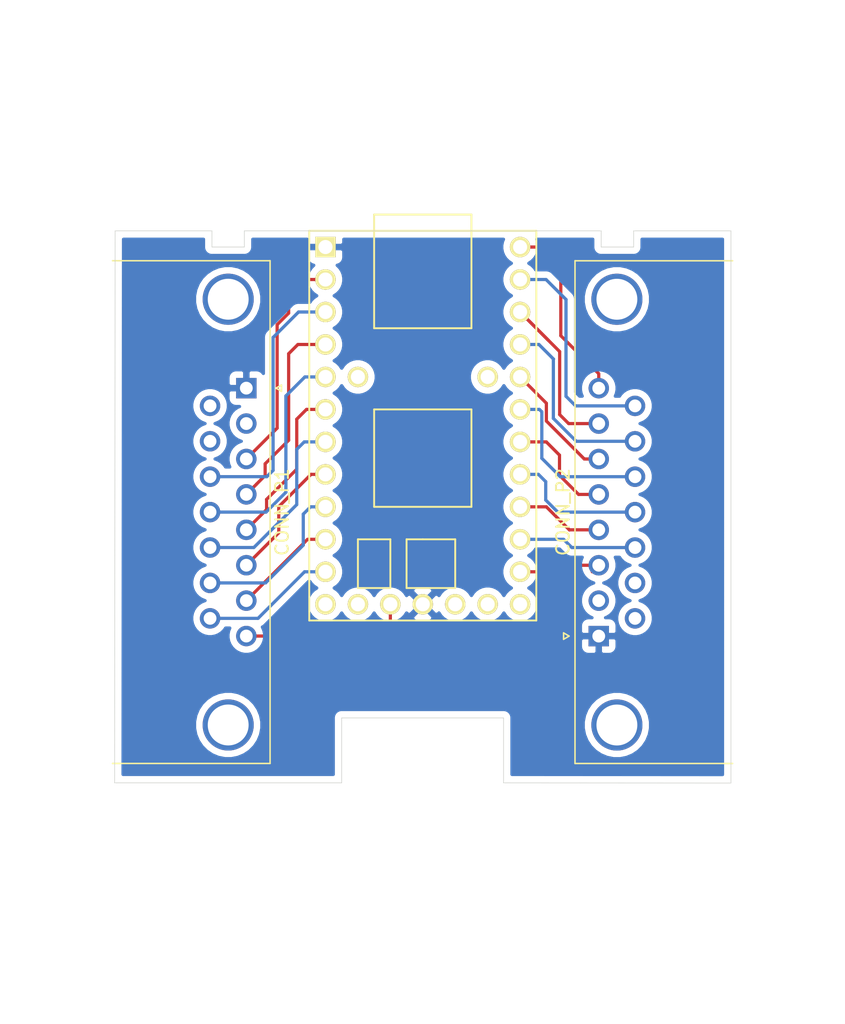
<source format=kicad_pcb>
(kicad_pcb (version 20171130) (host pcbnew "(5.1.0-0)")

  (general
    (thickness 1.6)
    (drawings 17)
    (tracks 106)
    (zones 0)
    (modules 3)
    (nets 2)
  )

  (page A4)
  (layers
    (0 F.Cu signal)
    (31 B.Cu signal)
    (32 B.Adhes user)
    (33 F.Adhes user)
    (34 B.Paste user)
    (35 F.Paste user)
    (36 B.SilkS user)
    (37 F.SilkS user)
    (38 B.Mask user)
    (39 F.Mask user)
    (40 Dwgs.User user)
    (41 Cmts.User user)
    (42 Eco1.User user)
    (43 Eco2.User user)
    (44 Edge.Cuts user)
    (45 Margin user)
    (46 B.CrtYd user)
    (47 F.CrtYd user)
    (48 B.Fab user)
    (49 F.Fab user)
  )

  (setup
    (last_trace_width 0.25)
    (trace_clearance 0.2)
    (zone_clearance 0.508)
    (zone_45_only no)
    (trace_min 0.2)
    (via_size 0.8)
    (via_drill 0.4)
    (via_min_size 0.4)
    (via_min_drill 0.3)
    (uvia_size 0.3)
    (uvia_drill 0.1)
    (uvias_allowed no)
    (uvia_min_size 0.2)
    (uvia_min_drill 0.1)
    (edge_width 0.05)
    (segment_width 0.2)
    (pcb_text_width 0.3)
    (pcb_text_size 1.5 1.5)
    (mod_edge_width 0.12)
    (mod_text_size 1 1)
    (mod_text_width 0.15)
    (pad_size 1.524 1.524)
    (pad_drill 0.762)
    (pad_to_mask_clearance 0.051)
    (solder_mask_min_width 0.25)
    (aux_axis_origin 0 0)
    (visible_elements FFFFFF7F)
    (pcbplotparams
      (layerselection 0x010fc_ffffffff)
      (usegerberextensions false)
      (usegerberattributes false)
      (usegerberadvancedattributes false)
      (creategerberjobfile false)
      (excludeedgelayer true)
      (linewidth 0.100000)
      (plotframeref false)
      (viasonmask false)
      (mode 1)
      (useauxorigin false)
      (hpglpennumber 1)
      (hpglpenspeed 20)
      (hpglpendiameter 15.000000)
      (psnegative false)
      (psa4output false)
      (plotreference true)
      (plotvalue true)
      (plotinvisibletext false)
      (padsonsilk false)
      (subtractmaskfromsilk false)
      (outputformat 1)
      (mirror false)
      (drillshape 0)
      (scaleselection 1)
      (outputdirectory "gerber/"))
  )

  (net 0 "")
  (net 1 GND)

  (net_class Default "This is the default net class."
    (clearance 0.2)
    (trace_width 0.25)
    (via_dia 0.8)
    (via_drill 0.4)
    (uvia_dia 0.3)
    (uvia_drill 0.1)
    (add_net GND)
  )

  (module Connectors_DSUB:DSUB-15_Male_Horizontal_Pitch2.77x2.84mm_EdgePinOffset7.70mm_Housed_MountingHolesOffset9.12mm (layer F.Cu) (tedit 59F2C3AB) (tstamp 5CBF72CE)
    (at 174.4599 91.313 90)
    (descr "15-pin D-Sub connector, horizontal/angled (90 deg), THT-mount, male, pitch 2.77x2.84mm, pin-PCB-offset 7.699999999999999mm, distance of mounting holes 33.3mm, distance of mounting holes to PCB edge 9.12mm, see https://disti-assets.s3.amazonaws.com/tonar/files/datasheets/16730.pdf")
    (tags "15-pin D-Sub connector horizontal angled 90deg THT male pitch 2.77x2.84mm pin-PCB-offset 7.699999999999999mm mounting-holes-distance 33.3mm mounting-hole-offset 33.3mm")
    (fp_text reference CONN_P2 (at 9.695 -2.8 90) (layer F.SilkS)
      (effects (font (size 1 1) (thickness 0.15)))
    )
    (fp_text value DSUB-15_Male_Horizontal_Pitch2.77x2.84mm_EdgePinOffset7.70mm_Housed_MountingHolesOffset9.12mm (at 9.695 18.44 90) (layer F.Fab)
      (effects (font (size 1 1) (thickness 0.15)))
    )
    (fp_text user %R (at 9.695 13.94 90) (layer F.Fab)
      (effects (font (size 1 1) (thickness 0.15)))
    )
    (fp_line (start 29.8 -2.35) (end -10.45 -2.35) (layer F.CrtYd) (width 0.05))
    (fp_line (start 29.8 17.45) (end 29.8 -2.35) (layer F.CrtYd) (width 0.05))
    (fp_line (start -10.45 17.45) (end 29.8 17.45) (layer F.CrtYd) (width 0.05))
    (fp_line (start -10.45 -2.35) (end -10.45 17.45) (layer F.CrtYd) (width 0.05))
    (fp_line (start 0 -2.321325) (end -0.25 -2.754338) (layer F.SilkS) (width 0.12))
    (fp_line (start 0.25 -2.754338) (end 0 -2.321325) (layer F.SilkS) (width 0.12))
    (fp_line (start -0.25 -2.754338) (end 0.25 -2.754338) (layer F.SilkS) (width 0.12))
    (fp_line (start 29.355 -1.86) (end 29.355 10.48) (layer F.SilkS) (width 0.12))
    (fp_line (start -9.965 -1.86) (end 29.355 -1.86) (layer F.SilkS) (width 0.12))
    (fp_line (start -9.965 10.48) (end -9.965 -1.86) (layer F.SilkS) (width 0.12))
    (fp_line (start 27.945 10.54) (end 27.945 1.42) (layer F.Fab) (width 0.1))
    (fp_line (start 24.745 10.54) (end 24.745 1.42) (layer F.Fab) (width 0.1))
    (fp_line (start -5.355 10.54) (end -5.355 1.42) (layer F.Fab) (width 0.1))
    (fp_line (start -8.555 10.54) (end -8.555 1.42) (layer F.Fab) (width 0.1))
    (fp_line (start 28.845 10.94) (end 23.845 10.94) (layer F.Fab) (width 0.1))
    (fp_line (start 28.845 15.94) (end 28.845 10.94) (layer F.Fab) (width 0.1))
    (fp_line (start 23.845 15.94) (end 28.845 15.94) (layer F.Fab) (width 0.1))
    (fp_line (start 23.845 10.94) (end 23.845 15.94) (layer F.Fab) (width 0.1))
    (fp_line (start -4.455 10.94) (end -9.455 10.94) (layer F.Fab) (width 0.1))
    (fp_line (start -4.455 15.94) (end -4.455 10.94) (layer F.Fab) (width 0.1))
    (fp_line (start -9.455 15.94) (end -4.455 15.94) (layer F.Fab) (width 0.1))
    (fp_line (start -9.455 10.94) (end -9.455 15.94) (layer F.Fab) (width 0.1))
    (fp_line (start 21.995 10.94) (end -2.605 10.94) (layer F.Fab) (width 0.1))
    (fp_line (start 21.995 16.94) (end 21.995 10.94) (layer F.Fab) (width 0.1))
    (fp_line (start -2.605 16.94) (end 21.995 16.94) (layer F.Fab) (width 0.1))
    (fp_line (start -2.605 10.94) (end -2.605 16.94) (layer F.Fab) (width 0.1))
    (fp_line (start 29.295 10.54) (end -9.905 10.54) (layer F.Fab) (width 0.1))
    (fp_line (start 29.295 10.94) (end 29.295 10.54) (layer F.Fab) (width 0.1))
    (fp_line (start -9.905 10.94) (end 29.295 10.94) (layer F.Fab) (width 0.1))
    (fp_line (start -9.905 10.54) (end -9.905 10.94) (layer F.Fab) (width 0.1))
    (fp_line (start 29.295 -1.8) (end -9.905 -1.8) (layer F.Fab) (width 0.1))
    (fp_line (start 29.295 10.54) (end 29.295 -1.8) (layer F.Fab) (width 0.1))
    (fp_line (start -9.905 10.54) (end 29.295 10.54) (layer F.Fab) (width 0.1))
    (fp_line (start -9.905 -1.8) (end -9.905 10.54) (layer F.Fab) (width 0.1))
    (fp_arc (start 26.345 1.42) (end 24.745 1.42) (angle 180) (layer F.Fab) (width 0.1))
    (fp_arc (start -6.955 1.42) (end -8.555 1.42) (angle 180) (layer F.Fab) (width 0.1))
    (pad 0 thru_hole circle (at 26.345 1.42 90) (size 4 4) (drill 3.2) (layers *.Cu *.Mask))
    (pad 0 thru_hole circle (at -6.955 1.42 90) (size 4 4) (drill 3.2) (layers *.Cu *.Mask))
    (pad 15 thru_hole circle (at 18.005 2.84 90) (size 1.6 1.6) (drill 1) (layers *.Cu *.Mask))
    (pad 14 thru_hole circle (at 15.235 2.84 90) (size 1.6 1.6) (drill 1) (layers *.Cu *.Mask))
    (pad 13 thru_hole circle (at 12.465 2.84 90) (size 1.6 1.6) (drill 1) (layers *.Cu *.Mask))
    (pad 12 thru_hole circle (at 9.695 2.84 90) (size 1.6 1.6) (drill 1) (layers *.Cu *.Mask))
    (pad 11 thru_hole circle (at 6.925 2.84 90) (size 1.6 1.6) (drill 1) (layers *.Cu *.Mask))
    (pad 10 thru_hole circle (at 4.155 2.84 90) (size 1.6 1.6) (drill 1) (layers *.Cu *.Mask))
    (pad 9 thru_hole circle (at 1.385 2.84 90) (size 1.6 1.6) (drill 1) (layers *.Cu *.Mask))
    (pad 8 thru_hole circle (at 19.39 0 90) (size 1.6 1.6) (drill 1) (layers *.Cu *.Mask))
    (pad 7 thru_hole circle (at 16.62 0 90) (size 1.6 1.6) (drill 1) (layers *.Cu *.Mask))
    (pad 6 thru_hole circle (at 13.85 0 90) (size 1.6 1.6) (drill 1) (layers *.Cu *.Mask))
    (pad 5 thru_hole circle (at 11.08 0 90) (size 1.6 1.6) (drill 1) (layers *.Cu *.Mask))
    (pad 4 thru_hole circle (at 8.31 0 90) (size 1.6 1.6) (drill 1) (layers *.Cu *.Mask))
    (pad 3 thru_hole circle (at 5.54 0 90) (size 1.6 1.6) (drill 1) (layers *.Cu *.Mask))
    (pad 2 thru_hole circle (at 2.77 0 90) (size 1.6 1.6) (drill 1) (layers *.Cu *.Mask))
    (pad 1 thru_hole rect (at 0 0 90) (size 1.6 1.6) (drill 1) (layers *.Cu *.Mask)
      (net 1 GND))
    (model ${KISYS3DMOD}/Connectors_DSub.3dshapes/DSUB-15_Male_Horizontal_Pitch2.77x2.84mm_EdgePinOffset7.70mm_Housed_MountingHolesOffset9.12mm.wrl
      (at (xyz 0 0 0))
      (scale (xyz 1 1 1))
      (rotate (xyz 0 0 0))
    )
  )

  (module Teensy:Teensy2.0 (layer F.Cu) (tedit 581B9E8B) (tstamp 5CBF735F)
    (at 160.6804 74.8538 270)
    (descr 11)
    (fp_text reference "" (at 0 -10.16 270) (layer F.SilkS)
      (effects (font (size 1 1) (thickness 0.15)))
    )
    (fp_text value Teensy2.0 (at 0 10.16 270) (layer F.Fab)
      (effects (font (size 1 1) (thickness 0.15)))
    )
    (fp_line (start 12.7 2.54) (end 8.89 2.54) (layer F.SilkS) (width 0.15))
    (fp_line (start 8.89 2.54) (end 8.89 5.08) (layer F.SilkS) (width 0.15))
    (fp_line (start 8.89 5.08) (end 12.7 5.08) (layer F.SilkS) (width 0.15))
    (fp_line (start 12.7 5.08) (end 12.7 2.54) (layer F.SilkS) (width 0.15))
    (fp_line (start 12.7 -2.54) (end 8.89 -2.54) (layer F.SilkS) (width 0.15))
    (fp_line (start 8.89 -2.54) (end 8.89 0) (layer F.SilkS) (width 0.15))
    (fp_line (start 8.89 0) (end 8.89 1.27) (layer F.SilkS) (width 0.15))
    (fp_line (start 8.89 1.27) (end 12.7 1.27) (layer F.SilkS) (width 0.15))
    (fp_line (start 12.7 1.27) (end 12.7 -2.54) (layer F.SilkS) (width 0.15))
    (fp_line (start -1.27 3.81) (end 6.35 3.81) (layer F.SilkS) (width 0.15))
    (fp_line (start 6.35 3.81) (end 6.35 -3.81) (layer F.SilkS) (width 0.15))
    (fp_line (start 6.35 -3.81) (end -1.27 -3.81) (layer F.SilkS) (width 0.15))
    (fp_line (start -1.27 -3.81) (end -1.27 3.81) (layer F.SilkS) (width 0.15))
    (fp_line (start -7.62 3.81) (end -16.51 3.81) (layer F.SilkS) (width 0.15))
    (fp_line (start -16.51 3.81) (end -16.51 -3.81) (layer F.SilkS) (width 0.15))
    (fp_line (start -16.51 -3.81) (end -7.62 -3.81) (layer F.SilkS) (width 0.15))
    (fp_line (start -7.62 -3.81) (end -7.62 3.81) (layer F.SilkS) (width 0.15))
    (fp_line (start -15.24 -8.89) (end 15.24 -8.89) (layer F.SilkS) (width 0.15))
    (fp_line (start 15.24 -8.89) (end 15.24 8.89) (layer F.SilkS) (width 0.15))
    (fp_line (start 15.24 8.89) (end -15.24 8.89) (layer F.SilkS) (width 0.15))
    (fp_line (start -15.24 8.89) (end -15.24 -8.89) (layer F.SilkS) (width 0.15))
    (pad 15 thru_hole circle (at 13.97 0 270) (size 1.6 1.6) (drill 1.1) (layers *.Cu *.Mask F.SilkS)
      (net 1 GND))
    (pad 1 thru_hole rect (at -13.97 7.62 270) (size 1.6 1.6) (drill 1.1) (layers *.Cu *.Mask F.SilkS)
      (net 1 GND))
    (pad 2 thru_hole circle (at -11.43 7.62 270) (size 1.6 1.6) (drill 1.1) (layers *.Cu *.Mask F.SilkS))
    (pad 3 thru_hole circle (at -8.89 7.62 270) (size 1.6 1.6) (drill 1.1) (layers *.Cu *.Mask F.SilkS))
    (pad 4 thru_hole circle (at -6.35 7.62 270) (size 1.6 1.6) (drill 1.1) (layers *.Cu *.Mask F.SilkS))
    (pad 5 thru_hole circle (at -3.81 7.62 270) (size 1.6 1.6) (drill 1.1) (layers *.Cu *.Mask F.SilkS))
    (pad 6 thru_hole circle (at -1.27 7.62 270) (size 1.6 1.6) (drill 1.1) (layers *.Cu *.Mask F.SilkS))
    (pad 7 thru_hole circle (at 1.27 7.62 270) (size 1.6 1.6) (drill 1.1) (layers *.Cu *.Mask F.SilkS))
    (pad 8 thru_hole circle (at 3.81 7.62 270) (size 1.6 1.6) (drill 1.1) (layers *.Cu *.Mask F.SilkS))
    (pad 9 thru_hole circle (at 6.35 7.62 270) (size 1.6 1.6) (drill 1.1) (layers *.Cu *.Mask F.SilkS))
    (pad 10 thru_hole circle (at 8.89 7.62 270) (size 1.6 1.6) (drill 1.1) (layers *.Cu *.Mask F.SilkS))
    (pad 11 thru_hole circle (at 11.43 7.62 270) (size 1.6 1.6) (drill 1.1) (layers *.Cu *.Mask F.SilkS))
    (pad 12 thru_hole circle (at 13.97 7.62 270) (size 1.6 1.6) (drill 1.1) (layers *.Cu *.Mask F.SilkS))
    (pad 13 thru_hole circle (at 13.97 5.08 270) (size 1.6 1.6) (drill 1.1) (layers *.Cu *.Mask F.SilkS))
    (pad 14 thru_hole circle (at 13.97 2.54 270) (size 1.6 1.6) (drill 1.1) (layers *.Cu *.Mask F.SilkS))
    (pad 16 thru_hole circle (at 13.97 -2.54 270) (size 1.6 1.6) (drill 1.1) (layers *.Cu *.Mask F.SilkS))
    (pad 17 thru_hole circle (at 13.97 -5.08 270) (size 1.6 1.6) (drill 1.1) (layers *.Cu *.Mask F.SilkS))
    (pad 18 thru_hole circle (at 13.97 -7.62 270) (size 1.6 1.6) (drill 1.1) (layers *.Cu *.Mask F.SilkS))
    (pad 19 thru_hole circle (at 11.43 -7.62 270) (size 1.6 1.6) (drill 1.1) (layers *.Cu *.Mask F.SilkS))
    (pad 20 thru_hole circle (at 8.89 -7.62 270) (size 1.6 1.6) (drill 1.1) (layers *.Cu *.Mask F.SilkS))
    (pad 21 thru_hole circle (at 6.35 -7.62 270) (size 1.6 1.6) (drill 1.1) (layers *.Cu *.Mask F.SilkS))
    (pad 22 thru_hole circle (at 3.81 -7.62 270) (size 1.6 1.6) (drill 1.1) (layers *.Cu *.Mask F.SilkS))
    (pad 23 thru_hole circle (at 1.27 -7.62 270) (size 1.6 1.6) (drill 1.1) (layers *.Cu *.Mask F.SilkS))
    (pad 24 thru_hole circle (at -1.27 -7.62 270) (size 1.6 1.6) (drill 1.1) (layers *.Cu *.Mask F.SilkS))
    (pad 25 thru_hole circle (at -3.81 -7.62 270) (size 1.6 1.6) (drill 1.1) (layers *.Cu *.Mask F.SilkS))
    (pad 26 thru_hole circle (at -6.35 -7.62 270) (size 1.6 1.6) (drill 1.1) (layers *.Cu *.Mask F.SilkS))
    (pad 27 thru_hole circle (at -8.89 -7.62 270) (size 1.6 1.6) (drill 1.1) (layers *.Cu *.Mask F.SilkS))
    (pad 28 thru_hole circle (at -11.43 -7.62 270) (size 1.6 1.6) (drill 1.1) (layers *.Cu *.Mask F.SilkS))
    (pad 29 thru_hole circle (at -13.97 -7.62 270) (size 1.6 1.6) (drill 1.1) (layers *.Cu *.Mask F.SilkS))
    (pad 30 thru_hole circle (at -3.81 5.08 270) (size 1.6 1.6) (drill 1.1) (layers *.Cu *.Mask F.SilkS))
    (pad 31 thru_hole circle (at -3.81 -5.08 270) (size 1.6 1.6) (drill 1.1) (layers *.Cu *.Mask F.SilkS))
  )

  (module Connectors_DSUB:DSUB-15_Male_Horizontal_Pitch2.77x2.84mm_EdgePinOffset7.70mm_Housed_MountingHolesOffset9.12mm (layer F.Cu) (tedit 59F2C3AB) (tstamp 5CBF72D9)
    (at 146.8628 71.9201 270)
    (descr "15-pin D-Sub connector, horizontal/angled (90 deg), THT-mount, male, pitch 2.77x2.84mm, pin-PCB-offset 7.699999999999999mm, distance of mounting holes 33.3mm, distance of mounting holes to PCB edge 9.12mm, see https://disti-assets.s3.amazonaws.com/tonar/files/datasheets/16730.pdf")
    (tags "15-pin D-Sub connector horizontal angled 90deg THT male pitch 2.77x2.84mm pin-PCB-offset 7.699999999999999mm mounting-holes-distance 33.3mm mounting-hole-offset 33.3mm")
    (fp_text reference CONN_P1 (at 9.695 -2.8 270) (layer F.SilkS)
      (effects (font (size 1 1) (thickness 0.15)))
    )
    (fp_text value DSUB-15_Male_Horizontal_Pitch2.77x2.84mm_EdgePinOffset7.70mm_Housed_MountingHolesOffset9.12mm (at 9.695 18.44 270) (layer F.Fab)
      (effects (font (size 1 1) (thickness 0.15)))
    )
    (fp_arc (start -6.955 1.42) (end -8.555 1.42) (angle 180) (layer F.Fab) (width 0.1))
    (fp_arc (start 26.345 1.42) (end 24.745 1.42) (angle 180) (layer F.Fab) (width 0.1))
    (fp_line (start -9.905 -1.8) (end -9.905 10.54) (layer F.Fab) (width 0.1))
    (fp_line (start -9.905 10.54) (end 29.295 10.54) (layer F.Fab) (width 0.1))
    (fp_line (start 29.295 10.54) (end 29.295 -1.8) (layer F.Fab) (width 0.1))
    (fp_line (start 29.295 -1.8) (end -9.905 -1.8) (layer F.Fab) (width 0.1))
    (fp_line (start -9.905 10.54) (end -9.905 10.94) (layer F.Fab) (width 0.1))
    (fp_line (start -9.905 10.94) (end 29.295 10.94) (layer F.Fab) (width 0.1))
    (fp_line (start 29.295 10.94) (end 29.295 10.54) (layer F.Fab) (width 0.1))
    (fp_line (start 29.295 10.54) (end -9.905 10.54) (layer F.Fab) (width 0.1))
    (fp_line (start -2.605 10.94) (end -2.605 16.94) (layer F.Fab) (width 0.1))
    (fp_line (start -2.605 16.94) (end 21.995 16.94) (layer F.Fab) (width 0.1))
    (fp_line (start 21.995 16.94) (end 21.995 10.94) (layer F.Fab) (width 0.1))
    (fp_line (start 21.995 10.94) (end -2.605 10.94) (layer F.Fab) (width 0.1))
    (fp_line (start -9.455 10.94) (end -9.455 15.94) (layer F.Fab) (width 0.1))
    (fp_line (start -9.455 15.94) (end -4.455 15.94) (layer F.Fab) (width 0.1))
    (fp_line (start -4.455 15.94) (end -4.455 10.94) (layer F.Fab) (width 0.1))
    (fp_line (start -4.455 10.94) (end -9.455 10.94) (layer F.Fab) (width 0.1))
    (fp_line (start 23.845 10.94) (end 23.845 15.94) (layer F.Fab) (width 0.1))
    (fp_line (start 23.845 15.94) (end 28.845 15.94) (layer F.Fab) (width 0.1))
    (fp_line (start 28.845 15.94) (end 28.845 10.94) (layer F.Fab) (width 0.1))
    (fp_line (start 28.845 10.94) (end 23.845 10.94) (layer F.Fab) (width 0.1))
    (fp_line (start -8.555 10.54) (end -8.555 1.42) (layer F.Fab) (width 0.1))
    (fp_line (start -5.355 10.54) (end -5.355 1.42) (layer F.Fab) (width 0.1))
    (fp_line (start 24.745 10.54) (end 24.745 1.42) (layer F.Fab) (width 0.1))
    (fp_line (start 27.945 10.54) (end 27.945 1.42) (layer F.Fab) (width 0.1))
    (fp_line (start -9.965 10.48) (end -9.965 -1.86) (layer F.SilkS) (width 0.12))
    (fp_line (start -9.965 -1.86) (end 29.355 -1.86) (layer F.SilkS) (width 0.12))
    (fp_line (start 29.355 -1.86) (end 29.355 10.48) (layer F.SilkS) (width 0.12))
    (fp_line (start -0.25 -2.754338) (end 0.25 -2.754338) (layer F.SilkS) (width 0.12))
    (fp_line (start 0.25 -2.754338) (end 0 -2.321325) (layer F.SilkS) (width 0.12))
    (fp_line (start 0 -2.321325) (end -0.25 -2.754338) (layer F.SilkS) (width 0.12))
    (fp_line (start -10.45 -2.35) (end -10.45 17.45) (layer F.CrtYd) (width 0.05))
    (fp_line (start -10.45 17.45) (end 29.8 17.45) (layer F.CrtYd) (width 0.05))
    (fp_line (start 29.8 17.45) (end 29.8 -2.35) (layer F.CrtYd) (width 0.05))
    (fp_line (start 29.8 -2.35) (end -10.45 -2.35) (layer F.CrtYd) (width 0.05))
    (fp_text user %R (at 9.695 13.94 270) (layer F.Fab)
      (effects (font (size 1 1) (thickness 0.15)))
    )
    (pad 1 thru_hole rect (at 0 0 270) (size 1.6 1.6) (drill 1) (layers *.Cu *.Mask)
      (net 1 GND))
    (pad 2 thru_hole circle (at 2.77 0 270) (size 1.6 1.6) (drill 1) (layers *.Cu *.Mask))
    (pad 3 thru_hole circle (at 5.54 0 270) (size 1.6 1.6) (drill 1) (layers *.Cu *.Mask))
    (pad 4 thru_hole circle (at 8.31 0 270) (size 1.6 1.6) (drill 1) (layers *.Cu *.Mask))
    (pad 5 thru_hole circle (at 11.08 0 270) (size 1.6 1.6) (drill 1) (layers *.Cu *.Mask))
    (pad 6 thru_hole circle (at 13.85 0 270) (size 1.6 1.6) (drill 1) (layers *.Cu *.Mask))
    (pad 7 thru_hole circle (at 16.62 0 270) (size 1.6 1.6) (drill 1) (layers *.Cu *.Mask))
    (pad 8 thru_hole circle (at 19.39 0 270) (size 1.6 1.6) (drill 1) (layers *.Cu *.Mask))
    (pad 9 thru_hole circle (at 1.385 2.84 270) (size 1.6 1.6) (drill 1) (layers *.Cu *.Mask))
    (pad 10 thru_hole circle (at 4.155 2.84 270) (size 1.6 1.6) (drill 1) (layers *.Cu *.Mask))
    (pad 11 thru_hole circle (at 6.925 2.84 270) (size 1.6 1.6) (drill 1) (layers *.Cu *.Mask))
    (pad 12 thru_hole circle (at 9.695 2.84 270) (size 1.6 1.6) (drill 1) (layers *.Cu *.Mask))
    (pad 13 thru_hole circle (at 12.465 2.84 270) (size 1.6 1.6) (drill 1) (layers *.Cu *.Mask))
    (pad 14 thru_hole circle (at 15.235 2.84 270) (size 1.6 1.6) (drill 1) (layers *.Cu *.Mask))
    (pad 15 thru_hole circle (at 18.005 2.84 270) (size 1.6 1.6) (drill 1) (layers *.Cu *.Mask))
    (pad 0 thru_hole circle (at -6.955 1.42 270) (size 4 4) (drill 3.2) (layers *.Cu *.Mask))
    (pad 0 thru_hole circle (at 26.345 1.42 270) (size 4 4) (drill 3.2) (layers *.Cu *.Mask))
    (model ${KISYS3DMOD}/Connectors_DSub.3dshapes/DSUB-15_Male_Horizontal_Pitch2.77x2.84mm_EdgePinOffset7.70mm_Housed_MountingHolesOffset9.12mm.wrl
      (at (xyz 0 0 0))
      (scale (xyz 1 1 1))
      (rotate (xyz 0 0 0))
    )
  )

  (gr_line (start 177.1904 59.6138) (end 184.8104 59.6138) (layer Edge.Cuts) (width 0.05) (tstamp 5CC22B87))
  (gr_line (start 177.1904 60.8838) (end 177.1904 59.6138) (layer Edge.Cuts) (width 0.05))
  (gr_line (start 174.6504 60.8838) (end 177.1904 60.8838) (layer Edge.Cuts) (width 0.05))
  (gr_line (start 174.6504 59.6138) (end 174.6504 60.8838) (layer Edge.Cuts) (width 0.05))
  (gr_line (start 146.7104 59.6138) (end 174.6504 59.6138) (layer Edge.Cuts) (width 0.05))
  (gr_line (start 146.7104 60.8838) (end 146.7104 59.6138) (layer Edge.Cuts) (width 0.05))
  (gr_line (start 144.1704 60.8838) (end 146.7104 60.8838) (layer Edge.Cuts) (width 0.05))
  (gr_line (start 144.1704 59.6138) (end 144.1704 60.8838) (layer Edge.Cuts) (width 0.05))
  (gr_line (start 136.5885 59.6138) (end 144.1704 59.6138) (layer Edge.Cuts) (width 0.05))
  (gr_line (start 167.0177 102.7938) (end 184.8104 102.8065) (layer Edge.Cuts) (width 0.05))
  (gr_line (start 167.005 102.7684) (end 167.0177 102.7684) (layer Edge.Cuts) (width 0.05))
  (gr_line (start 167.005 97.7138) (end 167.005 102.7938) (layer Edge.Cuts) (width 0.05))
  (gr_line (start 154.3304 97.7138) (end 167.005 97.7138) (layer Edge.Cuts) (width 0.05))
  (gr_line (start 154.3304 102.7938) (end 154.3304 97.7138) (layer Edge.Cuts) (width 0.05))
  (gr_line (start 136.5504 102.7938) (end 154.3304 102.7938) (layer Edge.Cuts) (width 0.05))
  (gr_line (start 136.5504 102.7938) (end 136.5885 59.6138) (layer Edge.Cuts) (width 0.05) (tstamp 5CC22848))
  (gr_line (start 184.8104 59.6138) (end 184.8104 102.8065) (layer Edge.Cuts) (width 0.05))

  (segment (start 152.2504 63.4238) (end 153.0604 63.4238) (width 0.25) (layer F.Cu) (net 0))
  (segment (start 168.7604 85.8238) (end 168.3004 86.2838) (width 0.25) (layer F.Cu) (net 0))
  (segment (start 150.7998 63.4238) (end 153.0604 63.4238) (width 0.25) (layer F.Cu) (net 0))
  (segment (start 150.1775 64.0461) (end 150.7998 63.4238) (width 0.25) (layer F.Cu) (net 0))
  (segment (start 149.2758 66.9544) (end 150.1775 66.0527) (width 0.25) (layer F.Cu) (net 0))
  (segment (start 150.1775 66.0527) (end 150.1775 64.0461) (width 0.25) (layer F.Cu) (net 0))
  (segment (start 149.2758 75.0471) (end 149.2758 66.9544) (width 0.25) (layer F.Cu) (net 0))
  (segment (start 146.8628 77.4601) (end 149.2758 75.0471) (width 0.25) (layer F.Cu) (net 0))
  (segment (start 151.6591 83.7438) (end 153.0604 83.7438) (width 0.25) (layer F.Cu) (net 0))
  (segment (start 146.8628 88.5401) (end 151.6591 83.7438) (width 0.25) (layer F.Cu) (net 0))
  (segment (start 146.8628 91.3101) (end 155.6541 91.3101) (width 0.25) (layer F.Cu) (net 0))
  (segment (start 173.9491 86.2838) (end 174.4599 85.773) (width 0.25) (layer F.Cu) (net 0))
  (segment (start 168.3004 71.3035) (end 168.3004 71.0438) (width 0.25) (layer F.Cu) (net 0))
  (segment (start 170.5186 68.182) (end 168.3004 65.9638) (width 0.25) (layer F.Cu) (net 0))
  (segment (start 150.1775 69.2277) (end 150.9014 68.5038) (width 0.25) (layer F.Cu) (net 0))
  (segment (start 150.9014 68.5038) (end 153.0604 68.5038) (width 0.25) (layer F.Cu) (net 0))
  (segment (start 150.8125 74.3458) (end 151.5745 73.5838) (width 0.25) (layer F.Cu) (net 0))
  (segment (start 151.5745 73.5838) (end 153.0604 73.5838) (width 0.25) (layer F.Cu) (net 0))
  (segment (start 146.8628 80.2301) (end 147.662799 79.430101) (width 0.25) (layer F.Cu) (net 0))
  (segment (start 147.662799 79.425901) (end 148.336 78.7527) (width 0.25) (layer F.Cu) (net 0))
  (segment (start 148.336 78.7527) (end 148.336 77.8383) (width 0.25) (layer F.Cu) (net 0))
  (segment (start 150.1775 75.9968) (end 150.1775 69.2277) (width 0.25) (layer F.Cu) (net 0))
  (segment (start 148.336 77.8383) (end 150.1775 75.9968) (width 0.25) (layer F.Cu) (net 0))
  (segment (start 150.8125 74.3458) (end 150.8125 78.2574) (width 0.25) (layer F.Cu) (net 0))
  (segment (start 150.8125 78.2574) (end 148.4503 80.6196) (width 0.25) (layer F.Cu) (net 0))
  (segment (start 148.4503 81.4126) (end 146.8628 83.0001) (width 0.25) (layer F.Cu) (net 0))
  (segment (start 148.4503 80.6196) (end 148.4503 81.4126) (width 0.25) (layer F.Cu) (net 0))
  (segment (start 151.92903 78.6638) (end 149.4028 81.19003) (width 0.25) (layer F.Cu) (net 0))
  (segment (start 153.0604 78.6638) (end 151.92903 78.6638) (width 0.25) (layer F.Cu) (net 0))
  (segment (start 149.4028 83.2301) (end 146.8628 85.7701) (width 0.25) (layer F.Cu) (net 0))
  (segment (start 149.4028 81.19003) (end 149.4028 83.2301) (width 0.25) (layer F.Cu) (net 0))
  (segment (start 158.1404 88.8238) (end 158.1404 90.5891) (width 0.25) (layer F.Cu) (net 0))
  (segment (start 157.4194 91.3101) (end 155.6541 91.3101) (width 0.25) (layer F.Cu) (net 0))
  (segment (start 158.1404 90.5891) (end 157.4194 91.3101) (width 0.25) (layer F.Cu) (net 0))
  (segment (start 168.3004 81.2038) (end 170.3578 81.2038) (width 0.25) (layer F.Cu) (net 0))
  (segment (start 170.3578 81.2038) (end 172.1612 83.0072) (width 0.25) (layer F.Cu) (net 0))
  (segment (start 172.1654 83.003) (end 174.4599 83.003) (width 0.25) (layer F.Cu) (net 0))
  (segment (start 172.1612 83.0072) (end 172.1654 83.003) (width 0.25) (layer F.Cu) (net 0))
  (segment (start 168.3004 86.2838) (end 169.7863 86.2838) (width 0.25) (layer F.Cu) (net 0))
  (segment (start 170.2971 85.773) (end 174.4599 85.773) (width 0.25) (layer F.Cu) (net 0))
  (segment (start 169.7863 86.2838) (end 170.2971 85.773) (width 0.25) (layer F.Cu) (net 0))
  (segment (start 170.3507 76.1238) (end 171.3865 77.1596) (width 0.25) (layer F.Cu) (net 0))
  (segment (start 168.3004 76.1238) (end 170.3507 76.1238) (width 0.25) (layer F.Cu) (net 0))
  (segment (start 171.3865 77.1596) (end 171.3865 78.74) (width 0.25) (layer F.Cu) (net 0))
  (segment (start 172.8795 80.233) (end 174.4599 80.233) (width 0.25) (layer F.Cu) (net 0))
  (segment (start 171.3865 78.74) (end 172.8795 80.233) (width 0.25) (layer F.Cu) (net 0))
  (segment (start 173.32853 77.463) (end 170.3578 74.49227) (width 0.25) (layer F.Cu) (net 0))
  (segment (start 174.4599 77.463) (end 173.32853 77.463) (width 0.25) (layer F.Cu) (net 0))
  (segment (start 170.3578 73.1012) (end 168.3004 71.0438) (width 0.25) (layer F.Cu) (net 0))
  (segment (start 170.3578 74.49227) (end 170.3578 73.1012) (width 0.25) (layer F.Cu) (net 0))
  (segment (start 174.4599 74.693) (end 172.102 74.693) (width 0.25) (layer F.Cu) (net 0))
  (segment (start 172.102 74.693) (end 171.3992 73.9902) (width 0.25) (layer F.Cu) (net 0))
  (segment (start 171.3992 69.0626) (end 168.3004 65.9638) (width 0.25) (layer F.Cu) (net 0))
  (segment (start 171.3992 73.9902) (end 171.3992 69.0626) (width 0.25) (layer F.Cu) (net 0))
  (segment (start 174.4599 70.79163) (end 174.4599 71.923) (width 0.25) (layer F.Cu) (net 0))
  (segment (start 171.4881 62.1284) (end 171.4881 67.81983) (width 0.25) (layer F.Cu) (net 0))
  (segment (start 170.2435 60.8838) (end 171.4881 62.1284) (width 0.25) (layer F.Cu) (net 0))
  (segment (start 171.4881 67.81983) (end 174.4599 70.79163) (width 0.25) (layer F.Cu) (net 0))
  (segment (start 168.3004 60.8838) (end 170.2435 60.8838) (width 0.25) (layer F.Cu) (net 0))
  (segment (start 172.3482 84.388) (end 177.2999 84.388) (width 0.25) (layer B.Cu) (net 0))
  (segment (start 171.704 83.7438) (end 172.3482 84.388) (width 0.25) (layer B.Cu) (net 0))
  (segment (start 168.3004 83.7438) (end 171.704 83.7438) (width 0.25) (layer B.Cu) (net 0))
  (segment (start 172.6474 73.308) (end 177.2999 73.308) (width 0.25) (layer B.Cu) (net 0))
  (segment (start 171.8945 72.5551) (end 172.6474 73.308) (width 0.25) (layer B.Cu) (net 0))
  (segment (start 170.3324 63.4238) (end 171.8945 64.9859) (width 0.25) (layer B.Cu) (net 0))
  (segment (start 171.8945 64.9859) (end 171.8945 72.5551) (width 0.25) (layer B.Cu) (net 0))
  (segment (start 168.3004 63.4238) (end 170.3324 63.4238) (width 0.25) (layer B.Cu) (net 0))
  (segment (start 171.2546 81.618) (end 177.2999 81.618) (width 0.25) (layer B.Cu) (net 0))
  (segment (start 170.307 79.2353) (end 170.307 80.6704) (width 0.25) (layer B.Cu) (net 0))
  (segment (start 170.307 80.6704) (end 171.2546 81.618) (width 0.25) (layer B.Cu) (net 0))
  (segment (start 169.7355 78.6638) (end 170.307 79.2353) (width 0.25) (layer B.Cu) (net 0))
  (segment (start 168.3004 78.6638) (end 169.7355 78.6638) (width 0.25) (layer B.Cu) (net 0))
  (segment (start 171.4437 78.848) (end 177.2999 78.848) (width 0.25) (layer B.Cu) (net 0))
  (segment (start 170.0022 73.7743) (end 170.0022 77.4065) (width 0.25) (layer B.Cu) (net 0))
  (segment (start 169.8117 73.5838) (end 170.0022 73.7743) (width 0.25) (layer B.Cu) (net 0))
  (segment (start 170.0022 77.4065) (end 171.4437 78.848) (width 0.25) (layer B.Cu) (net 0))
  (segment (start 168.3004 73.5838) (end 169.8117 73.5838) (width 0.25) (layer B.Cu) (net 0))
  (segment (start 172.6996 76.078) (end 177.2999 76.078) (width 0.25) (layer B.Cu) (net 0))
  (segment (start 169.7736 68.5038) (end 170.9166 69.6468) (width 0.25) (layer B.Cu) (net 0))
  (segment (start 170.9039 74.2823) (end 172.6996 76.078) (width 0.25) (layer B.Cu) (net 0))
  (segment (start 170.9039 69.6595) (end 170.9039 74.2823) (width 0.25) (layer B.Cu) (net 0))
  (segment (start 170.9166 69.6468) (end 170.9039 69.6595) (width 0.25) (layer B.Cu) (net 0))
  (segment (start 168.3004 68.5038) (end 169.7736 68.5038) (width 0.25) (layer B.Cu) (net 0))
  (segment (start 148.4665 78.8451) (end 144.0228 78.8451) (width 0.25) (layer B.Cu) (net 0))
  (segment (start 148.9583 78.3533) (end 148.4665 78.8451) (width 0.25) (layer B.Cu) (net 0))
  (segment (start 148.9583 67.9577) (end 148.9583 78.3533) (width 0.25) (layer B.Cu) (net 0))
  (segment (start 150.9522 65.9638) (end 148.9583 67.9577) (width 0.25) (layer B.Cu) (net 0))
  (segment (start 153.0604 65.9638) (end 150.9522 65.9638) (width 0.25) (layer B.Cu) (net 0))
  (segment (start 149.9616 80.0608) (end 148.4073 81.6151) (width 0.25) (layer B.Cu) (net 0))
  (segment (start 148.4073 81.6151) (end 144.0228 81.6151) (width 0.25) (layer B.Cu) (net 0))
  (segment (start 149.9616 72.5297) (end 149.9616 80.0608) (width 0.25) (layer B.Cu) (net 0))
  (segment (start 151.4475 71.0438) (end 149.9616 72.5297) (width 0.25) (layer B.Cu) (net 0))
  (segment (start 153.0604 71.0438) (end 151.4475 71.0438) (width 0.25) (layer B.Cu) (net 0))
  (segment (start 151.3967 76.1238) (end 153.0604 76.1238) (width 0.25) (layer B.Cu) (net 0))
  (segment (start 150.8125 76.708) (end 151.3967 76.1238) (width 0.25) (layer B.Cu) (net 0))
  (segment (start 147.4534 84.3851) (end 150.8125 81.026) (width 0.25) (layer B.Cu) (net 0))
  (segment (start 150.8125 81.026) (end 150.8125 76.708) (width 0.25) (layer B.Cu) (net 0))
  (segment (start 144.0228 84.3851) (end 147.4534 84.3851) (width 0.25) (layer B.Cu) (net 0))
  (segment (start 148.3664 87.1551) (end 144.0228 87.1551) (width 0.25) (layer B.Cu) (net 0))
  (segment (start 151.3205 84.201) (end 148.3664 87.1551) (width 0.25) (layer B.Cu) (net 0))
  (segment (start 151.3205 81.7753) (end 151.3205 84.201) (width 0.25) (layer B.Cu) (net 0))
  (segment (start 151.892 81.2038) (end 151.3205 81.7753) (width 0.25) (layer B.Cu) (net 0))
  (segment (start 153.0604 81.2038) (end 151.892 81.2038) (width 0.25) (layer B.Cu) (net 0))
  (segment (start 147.7808 89.9251) (end 144.0228 89.9251) (width 0.25) (layer B.Cu) (net 0))
  (segment (start 151.4221 86.2838) (end 147.7808 89.9251) (width 0.25) (layer B.Cu) (net 0))
  (segment (start 153.0604 86.2838) (end 151.4221 86.2838) (width 0.25) (layer B.Cu) (net 0))

  (zone (net 1) (net_name GND) (layer B.Cu) (tstamp 0) (hatch edge 0.508)
    (connect_pads (clearance 0.508))
    (min_thickness 0.254)
    (fill yes (arc_segments 32) (thermal_gap 0.508) (thermal_bridge_width 0.508))
    (polygon
      (pts
        (xy 184.7 59.75) (xy 177.35 59.75) (xy 177.35 61.05) (xy 174.55 61.05) (xy 174.55 59.75)
        (xy 146.85 59.75) (xy 146.85 61.05) (xy 144.05 61.05) (xy 144.05 59.75) (xy 136.75 59.75)
        (xy 136.75 102.6) (xy 154.15 102.6) (xy 154.15 97.55) (xy 167.15 97.55) (xy 167.15 102.65)
        (xy 184.7 102.65)
      )
    )
    (filled_polygon
      (pts
        (xy 143.510401 60.851371) (xy 143.507207 60.8838) (xy 143.51995 61.013183) (xy 143.55769 61.137593) (xy 143.618975 61.25225)
        (xy 143.701452 61.352748) (xy 143.80195 61.435225) (xy 143.916607 61.49651) (xy 144.041017 61.53425) (xy 144.137981 61.5438)
        (xy 144.1704 61.546993) (xy 144.202819 61.5438) (xy 146.677981 61.5438) (xy 146.7104 61.546993) (xy 146.742819 61.5438)
        (xy 146.839783 61.53425) (xy 146.964193 61.49651) (xy 147.07885 61.435225) (xy 147.179348 61.352748) (xy 147.261825 61.25225)
        (xy 147.32311 61.137593) (xy 147.36085 61.013183) (xy 147.373593 60.8838) (xy 147.3704 60.851381) (xy 147.3704 60.2738)
        (xy 151.623463 60.2738) (xy 151.6254 60.59805) (xy 151.78415 60.7568) (xy 152.9334 60.7568) (xy 152.9334 60.7368)
        (xy 153.1874 60.7368) (xy 153.1874 60.7568) (xy 154.33665 60.7568) (xy 154.4954 60.59805) (xy 154.497337 60.2738)
        (xy 166.999838 60.2738) (xy 166.920547 60.465226) (xy 166.8654 60.742465) (xy 166.8654 61.025135) (xy 166.920547 61.302374)
        (xy 167.02872 61.563527) (xy 167.185763 61.798559) (xy 167.385641 61.998437) (xy 167.618159 62.1538) (xy 167.385641 62.309163)
        (xy 167.185763 62.509041) (xy 167.02872 62.744073) (xy 166.920547 63.005226) (xy 166.8654 63.282465) (xy 166.8654 63.565135)
        (xy 166.920547 63.842374) (xy 167.02872 64.103527) (xy 167.185763 64.338559) (xy 167.385641 64.538437) (xy 167.618159 64.6938)
        (xy 167.385641 64.849163) (xy 167.185763 65.049041) (xy 167.02872 65.284073) (xy 166.920547 65.545226) (xy 166.8654 65.822465)
        (xy 166.8654 66.105135) (xy 166.920547 66.382374) (xy 167.02872 66.643527) (xy 167.185763 66.878559) (xy 167.385641 67.078437)
        (xy 167.618159 67.2338) (xy 167.385641 67.389163) (xy 167.185763 67.589041) (xy 167.02872 67.824073) (xy 166.920547 68.085226)
        (xy 166.8654 68.362465) (xy 166.8654 68.645135) (xy 166.920547 68.922374) (xy 167.02872 69.183527) (xy 167.185763 69.418559)
        (xy 167.385641 69.618437) (xy 167.618159 69.7738) (xy 167.385641 69.929163) (xy 167.185763 70.129041) (xy 167.0304 70.361559)
        (xy 166.875037 70.129041) (xy 166.675159 69.929163) (xy 166.440127 69.77212) (xy 166.178974 69.663947) (xy 165.901735 69.6088)
        (xy 165.619065 69.6088) (xy 165.341826 69.663947) (xy 165.080673 69.77212) (xy 164.845641 69.929163) (xy 164.645763 70.129041)
        (xy 164.48872 70.364073) (xy 164.380547 70.625226) (xy 164.3254 70.902465) (xy 164.3254 71.185135) (xy 164.380547 71.462374)
        (xy 164.48872 71.723527) (xy 164.645763 71.958559) (xy 164.845641 72.158437) (xy 165.080673 72.31548) (xy 165.341826 72.423653)
        (xy 165.619065 72.4788) (xy 165.901735 72.4788) (xy 166.178974 72.423653) (xy 166.440127 72.31548) (xy 166.675159 72.158437)
        (xy 166.875037 71.958559) (xy 167.0304 71.726041) (xy 167.185763 71.958559) (xy 167.385641 72.158437) (xy 167.618159 72.3138)
        (xy 167.385641 72.469163) (xy 167.185763 72.669041) (xy 167.02872 72.904073) (xy 166.920547 73.165226) (xy 166.8654 73.442465)
        (xy 166.8654 73.725135) (xy 166.920547 74.002374) (xy 167.02872 74.263527) (xy 167.185763 74.498559) (xy 167.385641 74.698437)
        (xy 167.618159 74.8538) (xy 167.385641 75.009163) (xy 167.185763 75.209041) (xy 167.02872 75.444073) (xy 166.920547 75.705226)
        (xy 166.8654 75.982465) (xy 166.8654 76.265135) (xy 166.920547 76.542374) (xy 167.02872 76.803527) (xy 167.185763 77.038559)
        (xy 167.385641 77.238437) (xy 167.618159 77.3938) (xy 167.385641 77.549163) (xy 167.185763 77.749041) (xy 167.02872 77.984073)
        (xy 166.920547 78.245226) (xy 166.8654 78.522465) (xy 166.8654 78.805135) (xy 166.920547 79.082374) (xy 167.02872 79.343527)
        (xy 167.185763 79.578559) (xy 167.385641 79.778437) (xy 167.618159 79.9338) (xy 167.385641 80.089163) (xy 167.185763 80.289041)
        (xy 167.02872 80.524073) (xy 166.920547 80.785226) (xy 166.8654 81.062465) (xy 166.8654 81.345135) (xy 166.920547 81.622374)
        (xy 167.02872 81.883527) (xy 167.185763 82.118559) (xy 167.385641 82.318437) (xy 167.618159 82.4738) (xy 167.385641 82.629163)
        (xy 167.185763 82.829041) (xy 167.02872 83.064073) (xy 166.920547 83.325226) (xy 166.8654 83.602465) (xy 166.8654 83.885135)
        (xy 166.920547 84.162374) (xy 167.02872 84.423527) (xy 167.185763 84.658559) (xy 167.385641 84.858437) (xy 167.618159 85.0138)
        (xy 167.385641 85.169163) (xy 167.185763 85.369041) (xy 167.02872 85.604073) (xy 166.920547 85.865226) (xy 166.8654 86.142465)
        (xy 166.8654 86.425135) (xy 166.920547 86.702374) (xy 167.02872 86.963527) (xy 167.185763 87.198559) (xy 167.385641 87.398437)
        (xy 167.618159 87.5538) (xy 167.385641 87.709163) (xy 167.185763 87.909041) (xy 167.0304 88.141559) (xy 166.875037 87.909041)
        (xy 166.675159 87.709163) (xy 166.440127 87.55212) (xy 166.178974 87.443947) (xy 165.901735 87.3888) (xy 165.619065 87.3888)
        (xy 165.341826 87.443947) (xy 165.080673 87.55212) (xy 164.845641 87.709163) (xy 164.645763 87.909041) (xy 164.4904 88.141559)
        (xy 164.335037 87.909041) (xy 164.135159 87.709163) (xy 163.900127 87.55212) (xy 163.638974 87.443947) (xy 163.361735 87.3888)
        (xy 163.079065 87.3888) (xy 162.801826 87.443947) (xy 162.540673 87.55212) (xy 162.305641 87.709163) (xy 162.105763 87.909041)
        (xy 161.949485 88.142928) (xy 161.917071 88.082286) (xy 161.673102 88.010703) (xy 160.860005 88.8238) (xy 161.673102 89.636897)
        (xy 161.917071 89.565314) (xy 161.947594 89.500808) (xy 161.94872 89.503527) (xy 162.105763 89.738559) (xy 162.305641 89.938437)
        (xy 162.540673 90.09548) (xy 162.801826 90.203653) (xy 163.079065 90.2588) (xy 163.361735 90.2588) (xy 163.638974 90.203653)
        (xy 163.900127 90.09548) (xy 164.135159 89.938437) (xy 164.335037 89.738559) (xy 164.4904 89.506041) (xy 164.645763 89.738559)
        (xy 164.845641 89.938437) (xy 165.080673 90.09548) (xy 165.341826 90.203653) (xy 165.619065 90.2588) (xy 165.901735 90.2588)
        (xy 166.178974 90.203653) (xy 166.440127 90.09548) (xy 166.675159 89.938437) (xy 166.875037 89.738559) (xy 167.0304 89.506041)
        (xy 167.185763 89.738559) (xy 167.385641 89.938437) (xy 167.620673 90.09548) (xy 167.881826 90.203653) (xy 168.159065 90.2588)
        (xy 168.441735 90.2588) (xy 168.718974 90.203653) (xy 168.980127 90.09548) (xy 169.215159 89.938437) (xy 169.415037 89.738559)
        (xy 169.57208 89.503527) (xy 169.680253 89.242374) (xy 169.7354 88.965135) (xy 169.7354 88.682465) (xy 169.680253 88.405226)
        (xy 169.57208 88.144073) (xy 169.415037 87.909041) (xy 169.215159 87.709163) (xy 168.982641 87.5538) (xy 169.215159 87.398437)
        (xy 169.415037 87.198559) (xy 169.57208 86.963527) (xy 169.680253 86.702374) (xy 169.7354 86.425135) (xy 169.7354 86.142465)
        (xy 169.680253 85.865226) (xy 169.57208 85.604073) (xy 169.415037 85.369041) (xy 169.215159 85.169163) (xy 168.982641 85.0138)
        (xy 169.215159 84.858437) (xy 169.415037 84.658559) (xy 169.518443 84.5038) (xy 171.389198 84.5038) (xy 171.784405 84.899008)
        (xy 171.808199 84.928001) (xy 171.837192 84.951795) (xy 171.837196 84.951799) (xy 171.907885 85.009811) (xy 171.923924 85.022974)
        (xy 172.055953 85.093546) (xy 172.199214 85.137003) (xy 172.310867 85.148) (xy 172.310876 85.148) (xy 172.348199 85.151676)
        (xy 172.385522 85.148) (xy 173.165551 85.148) (xy 173.080047 85.354426) (xy 173.0249 85.631665) (xy 173.0249 85.914335)
        (xy 173.080047 86.191574) (xy 173.18822 86.452727) (xy 173.345263 86.687759) (xy 173.545141 86.887637) (xy 173.780173 87.04468)
        (xy 174.041326 87.152853) (xy 174.067201 87.158) (xy 174.041326 87.163147) (xy 173.780173 87.27132) (xy 173.545141 87.428363)
        (xy 173.345263 87.628241) (xy 173.18822 87.863273) (xy 173.080047 88.124426) (xy 173.0249 88.401665) (xy 173.0249 88.684335)
        (xy 173.080047 88.961574) (xy 173.18822 89.222727) (xy 173.345263 89.457759) (xy 173.545141 89.657637) (xy 173.780173 89.81468)
        (xy 173.929513 89.876539) (xy 173.6599 89.874928) (xy 173.535418 89.887188) (xy 173.41572 89.923498) (xy 173.305406 89.982463)
        (xy 173.208715 90.061815) (xy 173.129363 90.158506) (xy 173.070398 90.26882) (xy 173.034088 90.388518) (xy 173.021828 90.513)
        (xy 173.0249 91.02725) (xy 173.18365 91.186) (xy 174.3329 91.186) (xy 174.3329 91.166) (xy 174.5869 91.166)
        (xy 174.5869 91.186) (xy 175.73615 91.186) (xy 175.8949 91.02725) (xy 175.897972 90.513) (xy 175.885712 90.388518)
        (xy 175.849402 90.26882) (xy 175.790437 90.158506) (xy 175.711085 90.061815) (xy 175.614394 89.982463) (xy 175.50408 89.923498)
        (xy 175.384382 89.887188) (xy 175.2599 89.874928) (xy 174.990287 89.876539) (xy 175.139627 89.81468) (xy 175.374659 89.657637)
        (xy 175.574537 89.457759) (xy 175.73158 89.222727) (xy 175.839753 88.961574) (xy 175.8949 88.684335) (xy 175.8949 88.401665)
        (xy 175.839753 88.124426) (xy 175.73158 87.863273) (xy 175.574537 87.628241) (xy 175.374659 87.428363) (xy 175.139627 87.27132)
        (xy 174.878474 87.163147) (xy 174.852599 87.158) (xy 174.878474 87.152853) (xy 175.139627 87.04468) (xy 175.374659 86.887637)
        (xy 175.574537 86.687759) (xy 175.73158 86.452727) (xy 175.839753 86.191574) (xy 175.8949 85.914335) (xy 175.8949 85.631665)
        (xy 175.839753 85.354426) (xy 175.754249 85.148) (xy 176.081857 85.148) (xy 176.185263 85.302759) (xy 176.385141 85.502637)
        (xy 176.620173 85.65968) (xy 176.881326 85.767853) (xy 176.907201 85.773) (xy 176.881326 85.778147) (xy 176.620173 85.88632)
        (xy 176.385141 86.043363) (xy 176.185263 86.243241) (xy 176.02822 86.478273) (xy 175.920047 86.739426) (xy 175.8649 87.016665)
        (xy 175.8649 87.299335) (xy 175.920047 87.576574) (xy 176.02822 87.837727) (xy 176.185263 88.072759) (xy 176.385141 88.272637)
        (xy 176.620173 88.42968) (xy 176.881326 88.537853) (xy 176.907201 88.543) (xy 176.881326 88.548147) (xy 176.620173 88.65632)
        (xy 176.385141 88.813363) (xy 176.185263 89.013241) (xy 176.02822 89.248273) (xy 175.920047 89.509426) (xy 175.8649 89.786665)
        (xy 175.8649 90.069335) (xy 175.920047 90.346574) (xy 176.02822 90.607727) (xy 176.185263 90.842759) (xy 176.385141 91.042637)
        (xy 176.620173 91.19968) (xy 176.881326 91.307853) (xy 177.158565 91.363) (xy 177.441235 91.363) (xy 177.718474 91.307853)
        (xy 177.979627 91.19968) (xy 178.214659 91.042637) (xy 178.414537 90.842759) (xy 178.57158 90.607727) (xy 178.679753 90.346574)
        (xy 178.7349 90.069335) (xy 178.7349 89.786665) (xy 178.679753 89.509426) (xy 178.57158 89.248273) (xy 178.414537 89.013241)
        (xy 178.214659 88.813363) (xy 177.979627 88.65632) (xy 177.718474 88.548147) (xy 177.692599 88.543) (xy 177.718474 88.537853)
        (xy 177.979627 88.42968) (xy 178.214659 88.272637) (xy 178.414537 88.072759) (xy 178.57158 87.837727) (xy 178.679753 87.576574)
        (xy 178.7349 87.299335) (xy 178.7349 87.016665) (xy 178.679753 86.739426) (xy 178.57158 86.478273) (xy 178.414537 86.243241)
        (xy 178.214659 86.043363) (xy 177.979627 85.88632) (xy 177.718474 85.778147) (xy 177.692599 85.773) (xy 177.718474 85.767853)
        (xy 177.979627 85.65968) (xy 178.214659 85.502637) (xy 178.414537 85.302759) (xy 178.57158 85.067727) (xy 178.679753 84.806574)
        (xy 178.7349 84.529335) (xy 178.7349 84.246665) (xy 178.679753 83.969426) (xy 178.57158 83.708273) (xy 178.414537 83.473241)
        (xy 178.214659 83.273363) (xy 177.979627 83.11632) (xy 177.718474 83.008147) (xy 177.692599 83.003) (xy 177.718474 82.997853)
        (xy 177.979627 82.88968) (xy 178.214659 82.732637) (xy 178.414537 82.532759) (xy 178.57158 82.297727) (xy 178.679753 82.036574)
        (xy 178.7349 81.759335) (xy 178.7349 81.476665) (xy 178.679753 81.199426) (xy 178.57158 80.938273) (xy 178.414537 80.703241)
        (xy 178.214659 80.503363) (xy 177.979627 80.34632) (xy 177.718474 80.238147) (xy 177.692599 80.233) (xy 177.718474 80.227853)
        (xy 177.979627 80.11968) (xy 178.214659 79.962637) (xy 178.414537 79.762759) (xy 178.57158 79.527727) (xy 178.679753 79.266574)
        (xy 178.7349 78.989335) (xy 178.7349 78.706665) (xy 178.679753 78.429426) (xy 178.57158 78.168273) (xy 178.414537 77.933241)
        (xy 178.214659 77.733363) (xy 177.979627 77.57632) (xy 177.718474 77.468147) (xy 177.692599 77.463) (xy 177.718474 77.457853)
        (xy 177.979627 77.34968) (xy 178.214659 77.192637) (xy 178.414537 76.992759) (xy 178.57158 76.757727) (xy 178.679753 76.496574)
        (xy 178.7349 76.219335) (xy 178.7349 75.936665) (xy 178.679753 75.659426) (xy 178.57158 75.398273) (xy 178.414537 75.163241)
        (xy 178.214659 74.963363) (xy 177.979627 74.80632) (xy 177.718474 74.698147) (xy 177.692599 74.693) (xy 177.718474 74.687853)
        (xy 177.979627 74.57968) (xy 178.214659 74.422637) (xy 178.414537 74.222759) (xy 178.57158 73.987727) (xy 178.679753 73.726574)
        (xy 178.7349 73.449335) (xy 178.7349 73.166665) (xy 178.679753 72.889426) (xy 178.57158 72.628273) (xy 178.414537 72.393241)
        (xy 178.214659 72.193363) (xy 177.979627 72.03632) (xy 177.718474 71.928147) (xy 177.441235 71.873) (xy 177.158565 71.873)
        (xy 176.881326 71.928147) (xy 176.620173 72.03632) (xy 176.385141 72.193363) (xy 176.185263 72.393241) (xy 176.081857 72.548)
        (xy 175.754249 72.548) (xy 175.839753 72.341574) (xy 175.8949 72.064335) (xy 175.8949 71.781665) (xy 175.839753 71.504426)
        (xy 175.73158 71.243273) (xy 175.574537 71.008241) (xy 175.374659 70.808363) (xy 175.139627 70.65132) (xy 174.878474 70.543147)
        (xy 174.601235 70.488) (xy 174.318565 70.488) (xy 174.041326 70.543147) (xy 173.780173 70.65132) (xy 173.545141 70.808363)
        (xy 173.345263 71.008241) (xy 173.18822 71.243273) (xy 173.080047 71.504426) (xy 173.0249 71.781665) (xy 173.0249 72.064335)
        (xy 173.080047 72.341574) (xy 173.165551 72.548) (xy 172.962202 72.548) (xy 172.6545 72.240298) (xy 172.6545 65.023222)
        (xy 172.658176 64.985899) (xy 172.6545 64.948577) (xy 172.6545 64.948567) (xy 172.643503 64.836914) (xy 172.604543 64.708475)
        (xy 173.2449 64.708475) (xy 173.2449 65.227525) (xy 173.346161 65.736601) (xy 173.544793 66.216141) (xy 173.833162 66.647715)
        (xy 174.200185 67.014738) (xy 174.631759 67.303107) (xy 175.111299 67.501739) (xy 175.620375 67.603) (xy 176.139425 67.603)
        (xy 176.648501 67.501739) (xy 177.128041 67.303107) (xy 177.559615 67.014738) (xy 177.926638 66.647715) (xy 178.215007 66.216141)
        (xy 178.413639 65.736601) (xy 178.5149 65.227525) (xy 178.5149 64.708475) (xy 178.413639 64.199399) (xy 178.215007 63.719859)
        (xy 177.926638 63.288285) (xy 177.559615 62.921262) (xy 177.128041 62.632893) (xy 176.648501 62.434261) (xy 176.139425 62.333)
        (xy 175.620375 62.333) (xy 175.111299 62.434261) (xy 174.631759 62.632893) (xy 174.200185 62.921262) (xy 173.833162 63.288285)
        (xy 173.544793 63.719859) (xy 173.346161 64.199399) (xy 173.2449 64.708475) (xy 172.604543 64.708475) (xy 172.600046 64.693653)
        (xy 172.599227 64.69212) (xy 172.529474 64.561623) (xy 172.458299 64.474897) (xy 172.434501 64.445899) (xy 172.405504 64.422102)
        (xy 170.896204 62.912803) (xy 170.872401 62.883799) (xy 170.756676 62.788826) (xy 170.624647 62.718254) (xy 170.481386 62.674797)
        (xy 170.369733 62.6638) (xy 170.369722 62.6638) (xy 170.3324 62.660124) (xy 170.295078 62.6638) (xy 169.518443 62.6638)
        (xy 169.415037 62.509041) (xy 169.215159 62.309163) (xy 168.982641 62.1538) (xy 169.215159 61.998437) (xy 169.415037 61.798559)
        (xy 169.57208 61.563527) (xy 169.680253 61.302374) (xy 169.7354 61.025135) (xy 169.7354 60.742465) (xy 169.680253 60.465226)
        (xy 169.600962 60.2738) (xy 173.990401 60.2738) (xy 173.990401 60.851371) (xy 173.987207 60.8838) (xy 173.99995 61.013183)
        (xy 174.03769 61.137593) (xy 174.098975 61.25225) (xy 174.181452 61.352748) (xy 174.28195 61.435225) (xy 174.396607 61.49651)
        (xy 174.521017 61.53425) (xy 174.617981 61.5438) (xy 174.6504 61.546993) (xy 174.682819 61.5438) (xy 177.157981 61.5438)
        (xy 177.1904 61.546993) (xy 177.222819 61.5438) (xy 177.319783 61.53425) (xy 177.444193 61.49651) (xy 177.55885 61.435225)
        (xy 177.659348 61.352748) (xy 177.741825 61.25225) (xy 177.80311 61.137593) (xy 177.84085 61.013183) (xy 177.853593 60.8838)
        (xy 177.8504 60.851381) (xy 177.8504 60.2738) (xy 184.1504 60.2738) (xy 184.150401 102.146029) (xy 167.665 102.134263)
        (xy 167.665 98.008475) (xy 173.2449 98.008475) (xy 173.2449 98.527525) (xy 173.346161 99.036601) (xy 173.544793 99.516141)
        (xy 173.833162 99.947715) (xy 174.200185 100.314738) (xy 174.631759 100.603107) (xy 175.111299 100.801739) (xy 175.620375 100.903)
        (xy 176.139425 100.903) (xy 176.648501 100.801739) (xy 177.128041 100.603107) (xy 177.559615 100.314738) (xy 177.926638 99.947715)
        (xy 178.215007 99.516141) (xy 178.413639 99.036601) (xy 178.5149 98.527525) (xy 178.5149 98.008475) (xy 178.413639 97.499399)
        (xy 178.215007 97.019859) (xy 177.926638 96.588285) (xy 177.559615 96.221262) (xy 177.128041 95.932893) (xy 176.648501 95.734261)
        (xy 176.139425 95.633) (xy 175.620375 95.633) (xy 175.111299 95.734261) (xy 174.631759 95.932893) (xy 174.200185 96.221262)
        (xy 173.833162 96.588285) (xy 173.544793 97.019859) (xy 173.346161 97.499399) (xy 173.2449 98.008475) (xy 167.665 98.008475)
        (xy 167.665 97.746219) (xy 167.668193 97.7138) (xy 167.65545 97.584417) (xy 167.61771 97.460007) (xy 167.556425 97.34535)
        (xy 167.473948 97.244852) (xy 167.37345 97.162375) (xy 167.258793 97.10109) (xy 167.134383 97.06335) (xy 167.037419 97.0538)
        (xy 167.005 97.050607) (xy 166.972581 97.0538) (xy 154.362819 97.0538) (xy 154.3304 97.050607) (xy 154.297981 97.0538)
        (xy 154.201017 97.06335) (xy 154.076607 97.10109) (xy 153.96195 97.162375) (xy 153.861452 97.244852) (xy 153.778975 97.34535)
        (xy 153.71769 97.460007) (xy 153.67995 97.584417) (xy 153.667207 97.7138) (xy 153.670401 97.746229) (xy 153.6704 102.1338)
        (xy 137.210982 102.1338) (xy 137.214624 98.005575) (xy 142.8078 98.005575) (xy 142.8078 98.524625) (xy 142.909061 99.033701)
        (xy 143.107693 99.513241) (xy 143.396062 99.944815) (xy 143.763085 100.311838) (xy 144.194659 100.600207) (xy 144.674199 100.798839)
        (xy 145.183275 100.9001) (xy 145.702325 100.9001) (xy 146.211401 100.798839) (xy 146.690941 100.600207) (xy 147.122515 100.311838)
        (xy 147.489538 99.944815) (xy 147.777907 99.513241) (xy 147.976539 99.033701) (xy 148.0778 98.524625) (xy 148.0778 98.005575)
        (xy 147.976539 97.496499) (xy 147.777907 97.016959) (xy 147.489538 96.585385) (xy 147.122515 96.218362) (xy 146.690941 95.929993)
        (xy 146.211401 95.731361) (xy 145.702325 95.6301) (xy 145.183275 95.6301) (xy 144.674199 95.731361) (xy 144.194659 95.929993)
        (xy 143.763085 96.218362) (xy 143.396062 96.585385) (xy 143.107693 97.016959) (xy 142.909061 97.496499) (xy 142.8078 98.005575)
        (xy 137.214624 98.005575) (xy 137.236544 73.163765) (xy 142.5878 73.163765) (xy 142.5878 73.446435) (xy 142.642947 73.723674)
        (xy 142.75112 73.984827) (xy 142.908163 74.219859) (xy 143.108041 74.419737) (xy 143.343073 74.57678) (xy 143.604226 74.684953)
        (xy 143.630101 74.6901) (xy 143.604226 74.695247) (xy 143.343073 74.80342) (xy 143.108041 74.960463) (xy 142.908163 75.160341)
        (xy 142.75112 75.395373) (xy 142.642947 75.656526) (xy 142.5878 75.933765) (xy 142.5878 76.216435) (xy 142.642947 76.493674)
        (xy 142.75112 76.754827) (xy 142.908163 76.989859) (xy 143.108041 77.189737) (xy 143.343073 77.34678) (xy 143.604226 77.454953)
        (xy 143.630101 77.4601) (xy 143.604226 77.465247) (xy 143.343073 77.57342) (xy 143.108041 77.730463) (xy 142.908163 77.930341)
        (xy 142.75112 78.165373) (xy 142.642947 78.426526) (xy 142.5878 78.703765) (xy 142.5878 78.986435) (xy 142.642947 79.263674)
        (xy 142.75112 79.524827) (xy 142.908163 79.759859) (xy 143.108041 79.959737) (xy 143.343073 80.11678) (xy 143.604226 80.224953)
        (xy 143.630101 80.2301) (xy 143.604226 80.235247) (xy 143.343073 80.34342) (xy 143.108041 80.500463) (xy 142.908163 80.700341)
        (xy 142.75112 80.935373) (xy 142.642947 81.196526) (xy 142.5878 81.473765) (xy 142.5878 81.756435) (xy 142.642947 82.033674)
        (xy 142.75112 82.294827) (xy 142.908163 82.529859) (xy 143.108041 82.729737) (xy 143.343073 82.88678) (xy 143.604226 82.994953)
        (xy 143.630101 83.0001) (xy 143.604226 83.005247) (xy 143.343073 83.11342) (xy 143.108041 83.270463) (xy 142.908163 83.470341)
        (xy 142.75112 83.705373) (xy 142.642947 83.966526) (xy 142.5878 84.243765) (xy 142.5878 84.526435) (xy 142.642947 84.803674)
        (xy 142.75112 85.064827) (xy 142.908163 85.299859) (xy 143.108041 85.499737) (xy 143.343073 85.65678) (xy 143.604226 85.764953)
        (xy 143.630101 85.7701) (xy 143.604226 85.775247) (xy 143.343073 85.88342) (xy 143.108041 86.040463) (xy 142.908163 86.240341)
        (xy 142.75112 86.475373) (xy 142.642947 86.736526) (xy 142.5878 87.013765) (xy 142.5878 87.296435) (xy 142.642947 87.573674)
        (xy 142.75112 87.834827) (xy 142.908163 88.069859) (xy 143.108041 88.269737) (xy 143.343073 88.42678) (xy 143.604226 88.534953)
        (xy 143.630101 88.5401) (xy 143.604226 88.545247) (xy 143.343073 88.65342) (xy 143.108041 88.810463) (xy 142.908163 89.010341)
        (xy 142.75112 89.245373) (xy 142.642947 89.506526) (xy 142.5878 89.783765) (xy 142.5878 90.066435) (xy 142.642947 90.343674)
        (xy 142.75112 90.604827) (xy 142.908163 90.839859) (xy 143.108041 91.039737) (xy 143.343073 91.19678) (xy 143.604226 91.304953)
        (xy 143.881465 91.3601) (xy 144.164135 91.3601) (xy 144.441374 91.304953) (xy 144.702527 91.19678) (xy 144.937559 91.039737)
        (xy 145.137437 90.839859) (xy 145.240843 90.6851) (xy 145.568451 90.6851) (xy 145.482947 90.891526) (xy 145.4278 91.168765)
        (xy 145.4278 91.451435) (xy 145.482947 91.728674) (xy 145.59112 91.989827) (xy 145.748163 92.224859) (xy 145.948041 92.424737)
        (xy 146.183073 92.58178) (xy 146.444226 92.689953) (xy 146.721465 92.7451) (xy 147.004135 92.7451) (xy 147.281374 92.689953)
        (xy 147.542527 92.58178) (xy 147.777559 92.424737) (xy 147.977437 92.224859) (xy 148.052178 92.113) (xy 173.021828 92.113)
        (xy 173.034088 92.237482) (xy 173.070398 92.35718) (xy 173.129363 92.467494) (xy 173.208715 92.564185) (xy 173.305406 92.643537)
        (xy 173.41572 92.702502) (xy 173.535418 92.738812) (xy 173.6599 92.751072) (xy 174.17415 92.748) (xy 174.3329 92.58925)
        (xy 174.3329 91.44) (xy 174.5869 91.44) (xy 174.5869 92.58925) (xy 174.74565 92.748) (xy 175.2599 92.751072)
        (xy 175.384382 92.738812) (xy 175.50408 92.702502) (xy 175.614394 92.643537) (xy 175.711085 92.564185) (xy 175.790437 92.467494)
        (xy 175.849402 92.35718) (xy 175.885712 92.237482) (xy 175.897972 92.113) (xy 175.8949 91.59875) (xy 175.73615 91.44)
        (xy 174.5869 91.44) (xy 174.3329 91.44) (xy 173.18365 91.44) (xy 173.0249 91.59875) (xy 173.021828 92.113)
        (xy 148.052178 92.113) (xy 148.13448 91.989827) (xy 148.242653 91.728674) (xy 148.2978 91.451435) (xy 148.2978 91.168765)
        (xy 148.242653 90.891526) (xy 148.13448 90.630373) (xy 148.118447 90.606379) (xy 148.205076 90.560074) (xy 148.320801 90.465101)
        (xy 148.344604 90.436097) (xy 151.736902 87.0438) (xy 151.842357 87.0438) (xy 151.945763 87.198559) (xy 152.145641 87.398437)
        (xy 152.378159 87.5538) (xy 152.145641 87.709163) (xy 151.945763 87.909041) (xy 151.78872 88.144073) (xy 151.680547 88.405226)
        (xy 151.6254 88.682465) (xy 151.6254 88.965135) (xy 151.680547 89.242374) (xy 151.78872 89.503527) (xy 151.945763 89.738559)
        (xy 152.145641 89.938437) (xy 152.380673 90.09548) (xy 152.641826 90.203653) (xy 152.919065 90.2588) (xy 153.201735 90.2588)
        (xy 153.478974 90.203653) (xy 153.740127 90.09548) (xy 153.975159 89.938437) (xy 154.175037 89.738559) (xy 154.3304 89.506041)
        (xy 154.485763 89.738559) (xy 154.685641 89.938437) (xy 154.920673 90.09548) (xy 155.181826 90.203653) (xy 155.459065 90.2588)
        (xy 155.741735 90.2588) (xy 156.018974 90.203653) (xy 156.280127 90.09548) (xy 156.515159 89.938437) (xy 156.715037 89.738559)
        (xy 156.8704 89.506041) (xy 157.025763 89.738559) (xy 157.225641 89.938437) (xy 157.460673 90.09548) (xy 157.721826 90.203653)
        (xy 157.999065 90.2588) (xy 158.281735 90.2588) (xy 158.558974 90.203653) (xy 158.820127 90.09548) (xy 159.055159 89.938437)
        (xy 159.177094 89.816502) (xy 159.867303 89.816502) (xy 159.938886 90.060471) (xy 160.194396 90.181371) (xy 160.468584 90.2501)
        (xy 160.750912 90.264017) (xy 161.03053 90.222587) (xy 161.296692 90.127403) (xy 161.421914 90.060471) (xy 161.493497 89.816502)
        (xy 160.6804 89.003405) (xy 159.867303 89.816502) (xy 159.177094 89.816502) (xy 159.255037 89.738559) (xy 159.411315 89.504672)
        (xy 159.443729 89.565314) (xy 159.687698 89.636897) (xy 160.500795 88.8238) (xy 159.687698 88.010703) (xy 159.443729 88.082286)
        (xy 159.413206 88.146792) (xy 159.41208 88.144073) (xy 159.255037 87.909041) (xy 159.177094 87.831098) (xy 159.867303 87.831098)
        (xy 160.6804 88.644195) (xy 161.493497 87.831098) (xy 161.421914 87.587129) (xy 161.166404 87.466229) (xy 160.892216 87.3975)
        (xy 160.609888 87.383583) (xy 160.33027 87.425013) (xy 160.064108 87.520197) (xy 159.938886 87.587129) (xy 159.867303 87.831098)
        (xy 159.177094 87.831098) (xy 159.055159 87.709163) (xy 158.820127 87.55212) (xy 158.558974 87.443947) (xy 158.281735 87.3888)
        (xy 157.999065 87.3888) (xy 157.721826 87.443947) (xy 157.460673 87.55212) (xy 157.225641 87.709163) (xy 157.025763 87.909041)
        (xy 156.8704 88.141559) (xy 156.715037 87.909041) (xy 156.515159 87.709163) (xy 156.280127 87.55212) (xy 156.018974 87.443947)
        (xy 155.741735 87.3888) (xy 155.459065 87.3888) (xy 155.181826 87.443947) (xy 154.920673 87.55212) (xy 154.685641 87.709163)
        (xy 154.485763 87.909041) (xy 154.3304 88.141559) (xy 154.175037 87.909041) (xy 153.975159 87.709163) (xy 153.742641 87.5538)
        (xy 153.975159 87.398437) (xy 154.175037 87.198559) (xy 154.33208 86.963527) (xy 154.440253 86.702374) (xy 154.4954 86.425135)
        (xy 154.4954 86.142465) (xy 154.440253 85.865226) (xy 154.33208 85.604073) (xy 154.175037 85.369041) (xy 153.975159 85.169163)
        (xy 153.742641 85.0138) (xy 153.975159 84.858437) (xy 154.175037 84.658559) (xy 154.33208 84.423527) (xy 154.440253 84.162374)
        (xy 154.4954 83.885135) (xy 154.4954 83.602465) (xy 154.440253 83.325226) (xy 154.33208 83.064073) (xy 154.175037 82.829041)
        (xy 153.975159 82.629163) (xy 153.742641 82.4738) (xy 153.975159 82.318437) (xy 154.175037 82.118559) (xy 154.33208 81.883527)
        (xy 154.440253 81.622374) (xy 154.4954 81.345135) (xy 154.4954 81.062465) (xy 154.440253 80.785226) (xy 154.33208 80.524073)
        (xy 154.175037 80.289041) (xy 153.975159 80.089163) (xy 153.742641 79.9338) (xy 153.975159 79.778437) (xy 154.175037 79.578559)
        (xy 154.33208 79.343527) (xy 154.440253 79.082374) (xy 154.4954 78.805135) (xy 154.4954 78.522465) (xy 154.440253 78.245226)
        (xy 154.33208 77.984073) (xy 154.175037 77.749041) (xy 153.975159 77.549163) (xy 153.742641 77.3938) (xy 153.975159 77.238437)
        (xy 154.175037 77.038559) (xy 154.33208 76.803527) (xy 154.440253 76.542374) (xy 154.4954 76.265135) (xy 154.4954 75.982465)
        (xy 154.440253 75.705226) (xy 154.33208 75.444073) (xy 154.175037 75.209041) (xy 153.975159 75.009163) (xy 153.742641 74.8538)
        (xy 153.975159 74.698437) (xy 154.175037 74.498559) (xy 154.33208 74.263527) (xy 154.440253 74.002374) (xy 154.4954 73.725135)
        (xy 154.4954 73.442465) (xy 154.440253 73.165226) (xy 154.33208 72.904073) (xy 154.175037 72.669041) (xy 153.975159 72.469163)
        (xy 153.742641 72.3138) (xy 153.975159 72.158437) (xy 154.175037 71.958559) (xy 154.3304 71.726041) (xy 154.485763 71.958559)
        (xy 154.685641 72.158437) (xy 154.920673 72.31548) (xy 155.181826 72.423653) (xy 155.459065 72.4788) (xy 155.741735 72.4788)
        (xy 156.018974 72.423653) (xy 156.280127 72.31548) (xy 156.515159 72.158437) (xy 156.715037 71.958559) (xy 156.87208 71.723527)
        (xy 156.980253 71.462374) (xy 157.0354 71.185135) (xy 157.0354 70.902465) (xy 156.980253 70.625226) (xy 156.87208 70.364073)
        (xy 156.715037 70.129041) (xy 156.515159 69.929163) (xy 156.280127 69.77212) (xy 156.018974 69.663947) (xy 155.741735 69.6088)
        (xy 155.459065 69.6088) (xy 155.181826 69.663947) (xy 154.920673 69.77212) (xy 154.685641 69.929163) (xy 154.485763 70.129041)
        (xy 154.3304 70.361559) (xy 154.175037 70.129041) (xy 153.975159 69.929163) (xy 153.742641 69.7738) (xy 153.975159 69.618437)
        (xy 154.175037 69.418559) (xy 154.33208 69.183527) (xy 154.440253 68.922374) (xy 154.4954 68.645135) (xy 154.4954 68.362465)
        (xy 154.440253 68.085226) (xy 154.33208 67.824073) (xy 154.175037 67.589041) (xy 153.975159 67.389163) (xy 153.742641 67.2338)
        (xy 153.975159 67.078437) (xy 154.175037 66.878559) (xy 154.33208 66.643527) (xy 154.440253 66.382374) (xy 154.4954 66.105135)
        (xy 154.4954 65.822465) (xy 154.440253 65.545226) (xy 154.33208 65.284073) (xy 154.175037 65.049041) (xy 153.975159 64.849163)
        (xy 153.742641 64.6938) (xy 153.975159 64.538437) (xy 154.175037 64.338559) (xy 154.33208 64.103527) (xy 154.440253 63.842374)
        (xy 154.4954 63.565135) (xy 154.4954 63.282465) (xy 154.440253 63.005226) (xy 154.33208 62.744073) (xy 154.175037 62.509041)
        (xy 153.976439 62.310443) (xy 153.984882 62.309612) (xy 154.10458 62.273302) (xy 154.214894 62.214337) (xy 154.311585 62.134985)
        (xy 154.390937 62.038294) (xy 154.449902 61.92798) (xy 154.486212 61.808282) (xy 154.498472 61.6838) (xy 154.4954 61.16955)
        (xy 154.33665 61.0108) (xy 153.1874 61.0108) (xy 153.1874 61.0308) (xy 152.9334 61.0308) (xy 152.9334 61.0108)
        (xy 151.78415 61.0108) (xy 151.6254 61.16955) (xy 151.622328 61.6838) (xy 151.634588 61.808282) (xy 151.670898 61.92798)
        (xy 151.729863 62.038294) (xy 151.809215 62.134985) (xy 151.905906 62.214337) (xy 152.01622 62.273302) (xy 152.135918 62.309612)
        (xy 152.144361 62.310443) (xy 151.945763 62.509041) (xy 151.78872 62.744073) (xy 151.680547 63.005226) (xy 151.6254 63.282465)
        (xy 151.6254 63.565135) (xy 151.680547 63.842374) (xy 151.78872 64.103527) (xy 151.945763 64.338559) (xy 152.145641 64.538437)
        (xy 152.378159 64.6938) (xy 152.145641 64.849163) (xy 151.945763 65.049041) (xy 151.842357 65.2038) (xy 150.989522 65.2038)
        (xy 150.952199 65.200124) (xy 150.914876 65.2038) (xy 150.914867 65.2038) (xy 150.803214 65.214797) (xy 150.659953 65.258254)
        (xy 150.527924 65.328826) (xy 150.527922 65.328827) (xy 150.527923 65.328827) (xy 150.441196 65.400001) (xy 150.441192 65.400005)
        (xy 150.412199 65.423799) (xy 150.388405 65.452792) (xy 148.447302 67.393896) (xy 148.418299 67.417699) (xy 148.363171 67.484874)
        (xy 148.323326 67.533424) (xy 148.293598 67.589041) (xy 148.252754 67.665454) (xy 148.209297 67.808715) (xy 148.1983 67.920368)
        (xy 148.1983 67.920378) (xy 148.194624 67.9577) (xy 148.1983 67.995022) (xy 148.1983 70.774891) (xy 148.193337 70.765606)
        (xy 148.113985 70.668915) (xy 148.017294 70.589563) (xy 147.90698 70.530598) (xy 147.787282 70.494288) (xy 147.6628 70.482028)
        (xy 147.14855 70.4851) (xy 146.9898 70.64385) (xy 146.9898 71.7931) (xy 147.0098 71.7931) (xy 147.0098 72.0471)
        (xy 146.9898 72.0471) (xy 146.9898 72.0671) (xy 146.7358 72.0671) (xy 146.7358 72.0471) (xy 145.58655 72.0471)
        (xy 145.4278 72.20585) (xy 145.424728 72.7201) (xy 145.436988 72.844582) (xy 145.473298 72.96428) (xy 145.532263 73.074594)
        (xy 145.611615 73.171285) (xy 145.708306 73.250637) (xy 145.81862 73.309602) (xy 145.938318 73.345912) (xy 146.0628 73.358172)
        (xy 146.332413 73.356561) (xy 146.183073 73.41842) (xy 145.948041 73.575463) (xy 145.748163 73.775341) (xy 145.59112 74.010373)
        (xy 145.482947 74.271526) (xy 145.4278 74.548765) (xy 145.4278 74.831435) (xy 145.482947 75.108674) (xy 145.59112 75.369827)
        (xy 145.748163 75.604859) (xy 145.948041 75.804737) (xy 146.183073 75.96178) (xy 146.444226 76.069953) (xy 146.470101 76.0751)
        (xy 146.444226 76.080247) (xy 146.183073 76.18842) (xy 145.948041 76.345463) (xy 145.748163 76.545341) (xy 145.59112 76.780373)
        (xy 145.482947 77.041526) (xy 145.4278 77.318765) (xy 145.4278 77.601435) (xy 145.482947 77.878674) (xy 145.568451 78.0851)
        (xy 145.240843 78.0851) (xy 145.137437 77.930341) (xy 144.937559 77.730463) (xy 144.702527 77.57342) (xy 144.441374 77.465247)
        (xy 144.415499 77.4601) (xy 144.441374 77.454953) (xy 144.702527 77.34678) (xy 144.937559 77.189737) (xy 145.137437 76.989859)
        (xy 145.29448 76.754827) (xy 145.402653 76.493674) (xy 145.4578 76.216435) (xy 145.4578 75.933765) (xy 145.402653 75.656526)
        (xy 145.29448 75.395373) (xy 145.137437 75.160341) (xy 144.937559 74.960463) (xy 144.702527 74.80342) (xy 144.441374 74.695247)
        (xy 144.415499 74.6901) (xy 144.441374 74.684953) (xy 144.702527 74.57678) (xy 144.937559 74.419737) (xy 145.137437 74.219859)
        (xy 145.29448 73.984827) (xy 145.402653 73.723674) (xy 145.4578 73.446435) (xy 145.4578 73.163765) (xy 145.402653 72.886526)
        (xy 145.29448 72.625373) (xy 145.137437 72.390341) (xy 144.937559 72.190463) (xy 144.702527 72.03342) (xy 144.441374 71.925247)
        (xy 144.164135 71.8701) (xy 143.881465 71.8701) (xy 143.604226 71.925247) (xy 143.343073 72.03342) (xy 143.108041 72.190463)
        (xy 142.908163 72.390341) (xy 142.75112 72.625373) (xy 142.642947 72.886526) (xy 142.5878 73.163765) (xy 137.236544 73.163765)
        (xy 137.238347 71.1201) (xy 145.424728 71.1201) (xy 145.4278 71.63435) (xy 145.58655 71.7931) (xy 146.7358 71.7931)
        (xy 146.7358 70.64385) (xy 146.57705 70.4851) (xy 146.0628 70.482028) (xy 145.938318 70.494288) (xy 145.81862 70.530598)
        (xy 145.708306 70.589563) (xy 145.611615 70.668915) (xy 145.532263 70.765606) (xy 145.473298 70.87592) (xy 145.436988 70.995618)
        (xy 145.424728 71.1201) (xy 137.238347 71.1201) (xy 137.244007 64.705575) (xy 142.8078 64.705575) (xy 142.8078 65.224625)
        (xy 142.909061 65.733701) (xy 143.107693 66.213241) (xy 143.396062 66.644815) (xy 143.763085 67.011838) (xy 144.194659 67.300207)
        (xy 144.674199 67.498839) (xy 145.183275 67.6001) (xy 145.702325 67.6001) (xy 146.211401 67.498839) (xy 146.690941 67.300207)
        (xy 147.122515 67.011838) (xy 147.489538 66.644815) (xy 147.777907 66.213241) (xy 147.976539 65.733701) (xy 148.0778 65.224625)
        (xy 148.0778 64.705575) (xy 147.976539 64.196499) (xy 147.777907 63.716959) (xy 147.489538 63.285385) (xy 147.122515 62.918362)
        (xy 146.690941 62.629993) (xy 146.211401 62.431361) (xy 145.702325 62.3301) (xy 145.183275 62.3301) (xy 144.674199 62.431361)
        (xy 144.194659 62.629993) (xy 143.763085 62.918362) (xy 143.396062 63.285385) (xy 143.107693 63.716959) (xy 142.909061 64.196499)
        (xy 142.8078 64.705575) (xy 137.244007 64.705575) (xy 137.247918 60.2738) (xy 143.510401 60.2738)
      )
    )
  )
)

</source>
